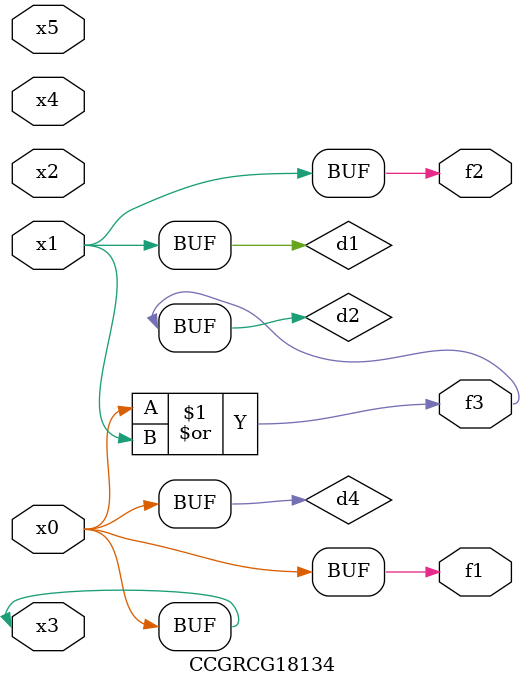
<source format=v>
module CCGRCG18134(
	input x0, x1, x2, x3, x4, x5,
	output f1, f2, f3
);

	wire d1, d2, d3, d4;

	and (d1, x1);
	or (d2, x0, x1);
	nand (d3, x0, x5);
	buf (d4, x0, x3);
	assign f1 = d4;
	assign f2 = d1;
	assign f3 = d2;
endmodule

</source>
